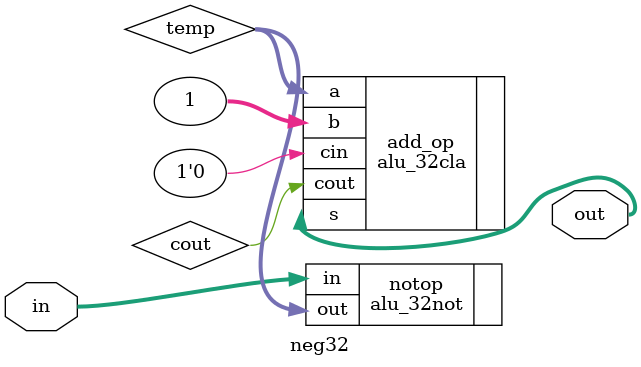
<source format=v>
module neg32 (in, out);
	input wire [31:0] in;
	output reg[31:0] out;
	wire [31:0] temp;
	wire cout;
	
	alu_32not notop (.in(in),.out(temp));
	alu_32cla add_op (.a(temp), .b(32'd1), .cin(1'd0), .s(out), .cout(cout));
	
endmodule

</source>
